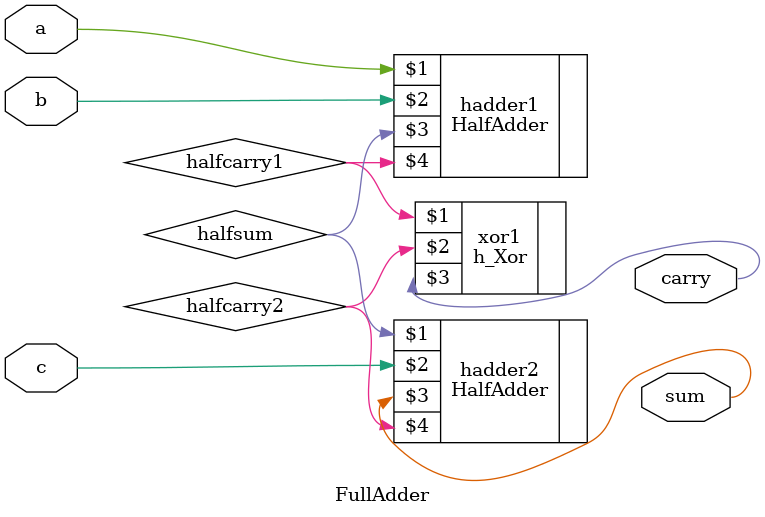
<source format=v>
module FullAdder (
    input  a,
    b,
    c,
    output sum,
    carry
);

  wire halfsum;
  wire halfcarry1;
  wire halfcarry2;

  HalfAdder hadder1 (
      a,
      b,
      halfsum,
      halfcarry1
  );
  HalfAdder hadder2 (
      halfsum,
      c,
      sum,
      halfcarry2
  );
  h_Xor xor1 (
      halfcarry1,
      halfcarry2,
      carry
  );

endmodule

</source>
